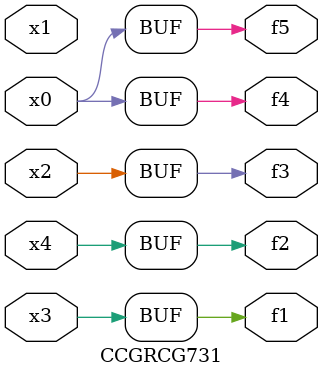
<source format=v>
module CCGRCG731(
	input x0, x1, x2, x3, x4,
	output f1, f2, f3, f4, f5
);
	assign f1 = x3;
	assign f2 = x4;
	assign f3 = x2;
	assign f4 = x0;
	assign f5 = x0;
endmodule

</source>
